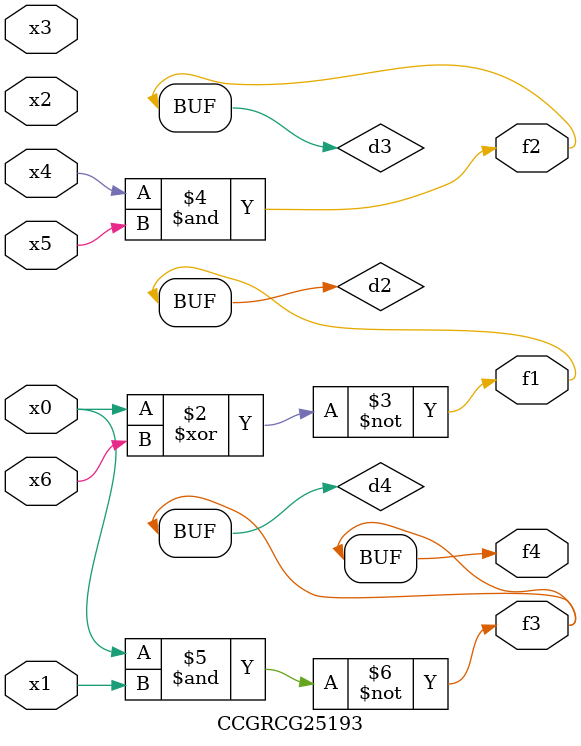
<source format=v>
module CCGRCG25193(
	input x0, x1, x2, x3, x4, x5, x6,
	output f1, f2, f3, f4
);

	wire d1, d2, d3, d4;

	nor (d1, x0);
	xnor (d2, x0, x6);
	and (d3, x4, x5);
	nand (d4, x0, x1);
	assign f1 = d2;
	assign f2 = d3;
	assign f3 = d4;
	assign f4 = d4;
endmodule

</source>
